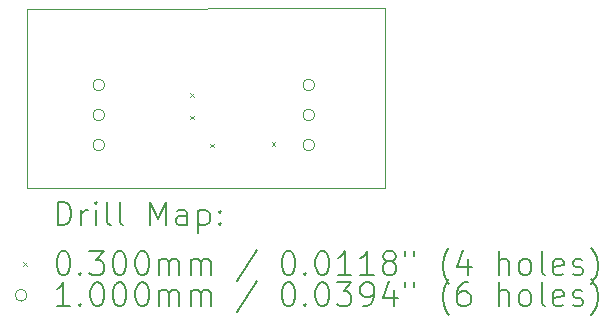
<source format=gbr>
%TF.GenerationSoftware,KiCad,Pcbnew,9.0.6*%
%TF.CreationDate,2025-11-01T16:50:26-04:00*%
%TF.ProjectId,W25Q02JVTBIM_breakout,57323551-3032-44a5-9654-42494d5f6272,rev?*%
%TF.SameCoordinates,Original*%
%TF.FileFunction,Drillmap*%
%TF.FilePolarity,Positive*%
%FSLAX45Y45*%
G04 Gerber Fmt 4.5, Leading zero omitted, Abs format (unit mm)*
G04 Created by KiCad (PCBNEW 9.0.6) date 2025-11-01 16:50:26*
%MOMM*%
%LPD*%
G01*
G04 APERTURE LIST*
%ADD10C,0.050000*%
%ADD11C,0.200000*%
%ADD12C,0.100000*%
G04 APERTURE END LIST*
D10*
X17025031Y-8620256D02*
X14000000Y-8625000D01*
X17025000Y-10145000D02*
X17025000Y-8620452D01*
X14000000Y-10145000D02*
X17025000Y-10145000D01*
X14000000Y-8625000D02*
X14000000Y-10145000D01*
D11*
D12*
X15377500Y-9340000D02*
X15407500Y-9370000D01*
X15407500Y-9340000D02*
X15377500Y-9370000D01*
X15380000Y-9530000D02*
X15410000Y-9560000D01*
X15410000Y-9530000D02*
X15380000Y-9560000D01*
X15547500Y-9770000D02*
X15577500Y-9800000D01*
X15577500Y-9770000D02*
X15547500Y-9800000D01*
X16067500Y-9755000D02*
X16097500Y-9785000D01*
X16097500Y-9755000D02*
X16067500Y-9785000D01*
X14655000Y-9271000D02*
G75*
G02*
X14555000Y-9271000I-50000J0D01*
G01*
X14555000Y-9271000D02*
G75*
G02*
X14655000Y-9271000I50000J0D01*
G01*
X14655000Y-9525000D02*
G75*
G02*
X14555000Y-9525000I-50000J0D01*
G01*
X14555000Y-9525000D02*
G75*
G02*
X14655000Y-9525000I50000J0D01*
G01*
X14655000Y-9779000D02*
G75*
G02*
X14555000Y-9779000I-50000J0D01*
G01*
X14555000Y-9779000D02*
G75*
G02*
X14655000Y-9779000I50000J0D01*
G01*
X16433000Y-9271000D02*
G75*
G02*
X16333000Y-9271000I-50000J0D01*
G01*
X16333000Y-9271000D02*
G75*
G02*
X16433000Y-9271000I50000J0D01*
G01*
X16433000Y-9525000D02*
G75*
G02*
X16333000Y-9525000I-50000J0D01*
G01*
X16333000Y-9525000D02*
G75*
G02*
X16433000Y-9525000I50000J0D01*
G01*
X16433000Y-9779000D02*
G75*
G02*
X16333000Y-9779000I-50000J0D01*
G01*
X16333000Y-9779000D02*
G75*
G02*
X16433000Y-9779000I50000J0D01*
G01*
D11*
X14258277Y-10458984D02*
X14258277Y-10258984D01*
X14258277Y-10258984D02*
X14305896Y-10258984D01*
X14305896Y-10258984D02*
X14334467Y-10268508D01*
X14334467Y-10268508D02*
X14353515Y-10287555D01*
X14353515Y-10287555D02*
X14363039Y-10306603D01*
X14363039Y-10306603D02*
X14372562Y-10344698D01*
X14372562Y-10344698D02*
X14372562Y-10373270D01*
X14372562Y-10373270D02*
X14363039Y-10411365D01*
X14363039Y-10411365D02*
X14353515Y-10430412D01*
X14353515Y-10430412D02*
X14334467Y-10449460D01*
X14334467Y-10449460D02*
X14305896Y-10458984D01*
X14305896Y-10458984D02*
X14258277Y-10458984D01*
X14458277Y-10458984D02*
X14458277Y-10325650D01*
X14458277Y-10363746D02*
X14467801Y-10344698D01*
X14467801Y-10344698D02*
X14477324Y-10335174D01*
X14477324Y-10335174D02*
X14496372Y-10325650D01*
X14496372Y-10325650D02*
X14515420Y-10325650D01*
X14582086Y-10458984D02*
X14582086Y-10325650D01*
X14582086Y-10258984D02*
X14572562Y-10268508D01*
X14572562Y-10268508D02*
X14582086Y-10278031D01*
X14582086Y-10278031D02*
X14591610Y-10268508D01*
X14591610Y-10268508D02*
X14582086Y-10258984D01*
X14582086Y-10258984D02*
X14582086Y-10278031D01*
X14705896Y-10458984D02*
X14686848Y-10449460D01*
X14686848Y-10449460D02*
X14677324Y-10430412D01*
X14677324Y-10430412D02*
X14677324Y-10258984D01*
X14810658Y-10458984D02*
X14791610Y-10449460D01*
X14791610Y-10449460D02*
X14782086Y-10430412D01*
X14782086Y-10430412D02*
X14782086Y-10258984D01*
X15039229Y-10458984D02*
X15039229Y-10258984D01*
X15039229Y-10258984D02*
X15105896Y-10401841D01*
X15105896Y-10401841D02*
X15172562Y-10258984D01*
X15172562Y-10258984D02*
X15172562Y-10458984D01*
X15353515Y-10458984D02*
X15353515Y-10354222D01*
X15353515Y-10354222D02*
X15343991Y-10335174D01*
X15343991Y-10335174D02*
X15324943Y-10325650D01*
X15324943Y-10325650D02*
X15286848Y-10325650D01*
X15286848Y-10325650D02*
X15267801Y-10335174D01*
X15353515Y-10449460D02*
X15334467Y-10458984D01*
X15334467Y-10458984D02*
X15286848Y-10458984D01*
X15286848Y-10458984D02*
X15267801Y-10449460D01*
X15267801Y-10449460D02*
X15258277Y-10430412D01*
X15258277Y-10430412D02*
X15258277Y-10411365D01*
X15258277Y-10411365D02*
X15267801Y-10392317D01*
X15267801Y-10392317D02*
X15286848Y-10382793D01*
X15286848Y-10382793D02*
X15334467Y-10382793D01*
X15334467Y-10382793D02*
X15353515Y-10373270D01*
X15448753Y-10325650D02*
X15448753Y-10525650D01*
X15448753Y-10335174D02*
X15467801Y-10325650D01*
X15467801Y-10325650D02*
X15505896Y-10325650D01*
X15505896Y-10325650D02*
X15524943Y-10335174D01*
X15524943Y-10335174D02*
X15534467Y-10344698D01*
X15534467Y-10344698D02*
X15543991Y-10363746D01*
X15543991Y-10363746D02*
X15543991Y-10420889D01*
X15543991Y-10420889D02*
X15534467Y-10439936D01*
X15534467Y-10439936D02*
X15524943Y-10449460D01*
X15524943Y-10449460D02*
X15505896Y-10458984D01*
X15505896Y-10458984D02*
X15467801Y-10458984D01*
X15467801Y-10458984D02*
X15448753Y-10449460D01*
X15629705Y-10439936D02*
X15639229Y-10449460D01*
X15639229Y-10449460D02*
X15629705Y-10458984D01*
X15629705Y-10458984D02*
X15620182Y-10449460D01*
X15620182Y-10449460D02*
X15629705Y-10439936D01*
X15629705Y-10439936D02*
X15629705Y-10458984D01*
X15629705Y-10335174D02*
X15639229Y-10344698D01*
X15639229Y-10344698D02*
X15629705Y-10354222D01*
X15629705Y-10354222D02*
X15620182Y-10344698D01*
X15620182Y-10344698D02*
X15629705Y-10335174D01*
X15629705Y-10335174D02*
X15629705Y-10354222D01*
D12*
X13967500Y-10772500D02*
X13997500Y-10802500D01*
X13997500Y-10772500D02*
X13967500Y-10802500D01*
D11*
X14296372Y-10678984D02*
X14315420Y-10678984D01*
X14315420Y-10678984D02*
X14334467Y-10688508D01*
X14334467Y-10688508D02*
X14343991Y-10698031D01*
X14343991Y-10698031D02*
X14353515Y-10717079D01*
X14353515Y-10717079D02*
X14363039Y-10755174D01*
X14363039Y-10755174D02*
X14363039Y-10802793D01*
X14363039Y-10802793D02*
X14353515Y-10840889D01*
X14353515Y-10840889D02*
X14343991Y-10859936D01*
X14343991Y-10859936D02*
X14334467Y-10869460D01*
X14334467Y-10869460D02*
X14315420Y-10878984D01*
X14315420Y-10878984D02*
X14296372Y-10878984D01*
X14296372Y-10878984D02*
X14277324Y-10869460D01*
X14277324Y-10869460D02*
X14267801Y-10859936D01*
X14267801Y-10859936D02*
X14258277Y-10840889D01*
X14258277Y-10840889D02*
X14248753Y-10802793D01*
X14248753Y-10802793D02*
X14248753Y-10755174D01*
X14248753Y-10755174D02*
X14258277Y-10717079D01*
X14258277Y-10717079D02*
X14267801Y-10698031D01*
X14267801Y-10698031D02*
X14277324Y-10688508D01*
X14277324Y-10688508D02*
X14296372Y-10678984D01*
X14448753Y-10859936D02*
X14458277Y-10869460D01*
X14458277Y-10869460D02*
X14448753Y-10878984D01*
X14448753Y-10878984D02*
X14439229Y-10869460D01*
X14439229Y-10869460D02*
X14448753Y-10859936D01*
X14448753Y-10859936D02*
X14448753Y-10878984D01*
X14524943Y-10678984D02*
X14648753Y-10678984D01*
X14648753Y-10678984D02*
X14582086Y-10755174D01*
X14582086Y-10755174D02*
X14610658Y-10755174D01*
X14610658Y-10755174D02*
X14629705Y-10764698D01*
X14629705Y-10764698D02*
X14639229Y-10774222D01*
X14639229Y-10774222D02*
X14648753Y-10793270D01*
X14648753Y-10793270D02*
X14648753Y-10840889D01*
X14648753Y-10840889D02*
X14639229Y-10859936D01*
X14639229Y-10859936D02*
X14629705Y-10869460D01*
X14629705Y-10869460D02*
X14610658Y-10878984D01*
X14610658Y-10878984D02*
X14553515Y-10878984D01*
X14553515Y-10878984D02*
X14534467Y-10869460D01*
X14534467Y-10869460D02*
X14524943Y-10859936D01*
X14772562Y-10678984D02*
X14791610Y-10678984D01*
X14791610Y-10678984D02*
X14810658Y-10688508D01*
X14810658Y-10688508D02*
X14820182Y-10698031D01*
X14820182Y-10698031D02*
X14829705Y-10717079D01*
X14829705Y-10717079D02*
X14839229Y-10755174D01*
X14839229Y-10755174D02*
X14839229Y-10802793D01*
X14839229Y-10802793D02*
X14829705Y-10840889D01*
X14829705Y-10840889D02*
X14820182Y-10859936D01*
X14820182Y-10859936D02*
X14810658Y-10869460D01*
X14810658Y-10869460D02*
X14791610Y-10878984D01*
X14791610Y-10878984D02*
X14772562Y-10878984D01*
X14772562Y-10878984D02*
X14753515Y-10869460D01*
X14753515Y-10869460D02*
X14743991Y-10859936D01*
X14743991Y-10859936D02*
X14734467Y-10840889D01*
X14734467Y-10840889D02*
X14724943Y-10802793D01*
X14724943Y-10802793D02*
X14724943Y-10755174D01*
X14724943Y-10755174D02*
X14734467Y-10717079D01*
X14734467Y-10717079D02*
X14743991Y-10698031D01*
X14743991Y-10698031D02*
X14753515Y-10688508D01*
X14753515Y-10688508D02*
X14772562Y-10678984D01*
X14963039Y-10678984D02*
X14982086Y-10678984D01*
X14982086Y-10678984D02*
X15001134Y-10688508D01*
X15001134Y-10688508D02*
X15010658Y-10698031D01*
X15010658Y-10698031D02*
X15020182Y-10717079D01*
X15020182Y-10717079D02*
X15029705Y-10755174D01*
X15029705Y-10755174D02*
X15029705Y-10802793D01*
X15029705Y-10802793D02*
X15020182Y-10840889D01*
X15020182Y-10840889D02*
X15010658Y-10859936D01*
X15010658Y-10859936D02*
X15001134Y-10869460D01*
X15001134Y-10869460D02*
X14982086Y-10878984D01*
X14982086Y-10878984D02*
X14963039Y-10878984D01*
X14963039Y-10878984D02*
X14943991Y-10869460D01*
X14943991Y-10869460D02*
X14934467Y-10859936D01*
X14934467Y-10859936D02*
X14924943Y-10840889D01*
X14924943Y-10840889D02*
X14915420Y-10802793D01*
X14915420Y-10802793D02*
X14915420Y-10755174D01*
X14915420Y-10755174D02*
X14924943Y-10717079D01*
X14924943Y-10717079D02*
X14934467Y-10698031D01*
X14934467Y-10698031D02*
X14943991Y-10688508D01*
X14943991Y-10688508D02*
X14963039Y-10678984D01*
X15115420Y-10878984D02*
X15115420Y-10745650D01*
X15115420Y-10764698D02*
X15124943Y-10755174D01*
X15124943Y-10755174D02*
X15143991Y-10745650D01*
X15143991Y-10745650D02*
X15172563Y-10745650D01*
X15172563Y-10745650D02*
X15191610Y-10755174D01*
X15191610Y-10755174D02*
X15201134Y-10774222D01*
X15201134Y-10774222D02*
X15201134Y-10878984D01*
X15201134Y-10774222D02*
X15210658Y-10755174D01*
X15210658Y-10755174D02*
X15229705Y-10745650D01*
X15229705Y-10745650D02*
X15258277Y-10745650D01*
X15258277Y-10745650D02*
X15277324Y-10755174D01*
X15277324Y-10755174D02*
X15286848Y-10774222D01*
X15286848Y-10774222D02*
X15286848Y-10878984D01*
X15382086Y-10878984D02*
X15382086Y-10745650D01*
X15382086Y-10764698D02*
X15391610Y-10755174D01*
X15391610Y-10755174D02*
X15410658Y-10745650D01*
X15410658Y-10745650D02*
X15439229Y-10745650D01*
X15439229Y-10745650D02*
X15458277Y-10755174D01*
X15458277Y-10755174D02*
X15467801Y-10774222D01*
X15467801Y-10774222D02*
X15467801Y-10878984D01*
X15467801Y-10774222D02*
X15477324Y-10755174D01*
X15477324Y-10755174D02*
X15496372Y-10745650D01*
X15496372Y-10745650D02*
X15524943Y-10745650D01*
X15524943Y-10745650D02*
X15543991Y-10755174D01*
X15543991Y-10755174D02*
X15553515Y-10774222D01*
X15553515Y-10774222D02*
X15553515Y-10878984D01*
X15943991Y-10669460D02*
X15772563Y-10926603D01*
X16201134Y-10678984D02*
X16220182Y-10678984D01*
X16220182Y-10678984D02*
X16239229Y-10688508D01*
X16239229Y-10688508D02*
X16248753Y-10698031D01*
X16248753Y-10698031D02*
X16258277Y-10717079D01*
X16258277Y-10717079D02*
X16267801Y-10755174D01*
X16267801Y-10755174D02*
X16267801Y-10802793D01*
X16267801Y-10802793D02*
X16258277Y-10840889D01*
X16258277Y-10840889D02*
X16248753Y-10859936D01*
X16248753Y-10859936D02*
X16239229Y-10869460D01*
X16239229Y-10869460D02*
X16220182Y-10878984D01*
X16220182Y-10878984D02*
X16201134Y-10878984D01*
X16201134Y-10878984D02*
X16182086Y-10869460D01*
X16182086Y-10869460D02*
X16172563Y-10859936D01*
X16172563Y-10859936D02*
X16163039Y-10840889D01*
X16163039Y-10840889D02*
X16153515Y-10802793D01*
X16153515Y-10802793D02*
X16153515Y-10755174D01*
X16153515Y-10755174D02*
X16163039Y-10717079D01*
X16163039Y-10717079D02*
X16172563Y-10698031D01*
X16172563Y-10698031D02*
X16182086Y-10688508D01*
X16182086Y-10688508D02*
X16201134Y-10678984D01*
X16353515Y-10859936D02*
X16363039Y-10869460D01*
X16363039Y-10869460D02*
X16353515Y-10878984D01*
X16353515Y-10878984D02*
X16343991Y-10869460D01*
X16343991Y-10869460D02*
X16353515Y-10859936D01*
X16353515Y-10859936D02*
X16353515Y-10878984D01*
X16486848Y-10678984D02*
X16505896Y-10678984D01*
X16505896Y-10678984D02*
X16524944Y-10688508D01*
X16524944Y-10688508D02*
X16534467Y-10698031D01*
X16534467Y-10698031D02*
X16543991Y-10717079D01*
X16543991Y-10717079D02*
X16553515Y-10755174D01*
X16553515Y-10755174D02*
X16553515Y-10802793D01*
X16553515Y-10802793D02*
X16543991Y-10840889D01*
X16543991Y-10840889D02*
X16534467Y-10859936D01*
X16534467Y-10859936D02*
X16524944Y-10869460D01*
X16524944Y-10869460D02*
X16505896Y-10878984D01*
X16505896Y-10878984D02*
X16486848Y-10878984D01*
X16486848Y-10878984D02*
X16467801Y-10869460D01*
X16467801Y-10869460D02*
X16458277Y-10859936D01*
X16458277Y-10859936D02*
X16448753Y-10840889D01*
X16448753Y-10840889D02*
X16439229Y-10802793D01*
X16439229Y-10802793D02*
X16439229Y-10755174D01*
X16439229Y-10755174D02*
X16448753Y-10717079D01*
X16448753Y-10717079D02*
X16458277Y-10698031D01*
X16458277Y-10698031D02*
X16467801Y-10688508D01*
X16467801Y-10688508D02*
X16486848Y-10678984D01*
X16743991Y-10878984D02*
X16629706Y-10878984D01*
X16686848Y-10878984D02*
X16686848Y-10678984D01*
X16686848Y-10678984D02*
X16667801Y-10707555D01*
X16667801Y-10707555D02*
X16648753Y-10726603D01*
X16648753Y-10726603D02*
X16629706Y-10736127D01*
X16934468Y-10878984D02*
X16820182Y-10878984D01*
X16877325Y-10878984D02*
X16877325Y-10678984D01*
X16877325Y-10678984D02*
X16858277Y-10707555D01*
X16858277Y-10707555D02*
X16839229Y-10726603D01*
X16839229Y-10726603D02*
X16820182Y-10736127D01*
X17048753Y-10764698D02*
X17029706Y-10755174D01*
X17029706Y-10755174D02*
X17020182Y-10745650D01*
X17020182Y-10745650D02*
X17010658Y-10726603D01*
X17010658Y-10726603D02*
X17010658Y-10717079D01*
X17010658Y-10717079D02*
X17020182Y-10698031D01*
X17020182Y-10698031D02*
X17029706Y-10688508D01*
X17029706Y-10688508D02*
X17048753Y-10678984D01*
X17048753Y-10678984D02*
X17086849Y-10678984D01*
X17086849Y-10678984D02*
X17105896Y-10688508D01*
X17105896Y-10688508D02*
X17115420Y-10698031D01*
X17115420Y-10698031D02*
X17124944Y-10717079D01*
X17124944Y-10717079D02*
X17124944Y-10726603D01*
X17124944Y-10726603D02*
X17115420Y-10745650D01*
X17115420Y-10745650D02*
X17105896Y-10755174D01*
X17105896Y-10755174D02*
X17086849Y-10764698D01*
X17086849Y-10764698D02*
X17048753Y-10764698D01*
X17048753Y-10764698D02*
X17029706Y-10774222D01*
X17029706Y-10774222D02*
X17020182Y-10783746D01*
X17020182Y-10783746D02*
X17010658Y-10802793D01*
X17010658Y-10802793D02*
X17010658Y-10840889D01*
X17010658Y-10840889D02*
X17020182Y-10859936D01*
X17020182Y-10859936D02*
X17029706Y-10869460D01*
X17029706Y-10869460D02*
X17048753Y-10878984D01*
X17048753Y-10878984D02*
X17086849Y-10878984D01*
X17086849Y-10878984D02*
X17105896Y-10869460D01*
X17105896Y-10869460D02*
X17115420Y-10859936D01*
X17115420Y-10859936D02*
X17124944Y-10840889D01*
X17124944Y-10840889D02*
X17124944Y-10802793D01*
X17124944Y-10802793D02*
X17115420Y-10783746D01*
X17115420Y-10783746D02*
X17105896Y-10774222D01*
X17105896Y-10774222D02*
X17086849Y-10764698D01*
X17201134Y-10678984D02*
X17201134Y-10717079D01*
X17277325Y-10678984D02*
X17277325Y-10717079D01*
X17572563Y-10955174D02*
X17563039Y-10945650D01*
X17563039Y-10945650D02*
X17543991Y-10917079D01*
X17543991Y-10917079D02*
X17534468Y-10898031D01*
X17534468Y-10898031D02*
X17524944Y-10869460D01*
X17524944Y-10869460D02*
X17515420Y-10821841D01*
X17515420Y-10821841D02*
X17515420Y-10783746D01*
X17515420Y-10783746D02*
X17524944Y-10736127D01*
X17524944Y-10736127D02*
X17534468Y-10707555D01*
X17534468Y-10707555D02*
X17543991Y-10688508D01*
X17543991Y-10688508D02*
X17563039Y-10659936D01*
X17563039Y-10659936D02*
X17572563Y-10650412D01*
X17734468Y-10745650D02*
X17734468Y-10878984D01*
X17686849Y-10669460D02*
X17639230Y-10812317D01*
X17639230Y-10812317D02*
X17763039Y-10812317D01*
X17991611Y-10878984D02*
X17991611Y-10678984D01*
X18077325Y-10878984D02*
X18077325Y-10774222D01*
X18077325Y-10774222D02*
X18067801Y-10755174D01*
X18067801Y-10755174D02*
X18048753Y-10745650D01*
X18048753Y-10745650D02*
X18020182Y-10745650D01*
X18020182Y-10745650D02*
X18001134Y-10755174D01*
X18001134Y-10755174D02*
X17991611Y-10764698D01*
X18201134Y-10878984D02*
X18182087Y-10869460D01*
X18182087Y-10869460D02*
X18172563Y-10859936D01*
X18172563Y-10859936D02*
X18163039Y-10840889D01*
X18163039Y-10840889D02*
X18163039Y-10783746D01*
X18163039Y-10783746D02*
X18172563Y-10764698D01*
X18172563Y-10764698D02*
X18182087Y-10755174D01*
X18182087Y-10755174D02*
X18201134Y-10745650D01*
X18201134Y-10745650D02*
X18229706Y-10745650D01*
X18229706Y-10745650D02*
X18248753Y-10755174D01*
X18248753Y-10755174D02*
X18258277Y-10764698D01*
X18258277Y-10764698D02*
X18267801Y-10783746D01*
X18267801Y-10783746D02*
X18267801Y-10840889D01*
X18267801Y-10840889D02*
X18258277Y-10859936D01*
X18258277Y-10859936D02*
X18248753Y-10869460D01*
X18248753Y-10869460D02*
X18229706Y-10878984D01*
X18229706Y-10878984D02*
X18201134Y-10878984D01*
X18382087Y-10878984D02*
X18363039Y-10869460D01*
X18363039Y-10869460D02*
X18353515Y-10850412D01*
X18353515Y-10850412D02*
X18353515Y-10678984D01*
X18534468Y-10869460D02*
X18515420Y-10878984D01*
X18515420Y-10878984D02*
X18477325Y-10878984D01*
X18477325Y-10878984D02*
X18458277Y-10869460D01*
X18458277Y-10869460D02*
X18448753Y-10850412D01*
X18448753Y-10850412D02*
X18448753Y-10774222D01*
X18448753Y-10774222D02*
X18458277Y-10755174D01*
X18458277Y-10755174D02*
X18477325Y-10745650D01*
X18477325Y-10745650D02*
X18515420Y-10745650D01*
X18515420Y-10745650D02*
X18534468Y-10755174D01*
X18534468Y-10755174D02*
X18543992Y-10774222D01*
X18543992Y-10774222D02*
X18543992Y-10793270D01*
X18543992Y-10793270D02*
X18448753Y-10812317D01*
X18620182Y-10869460D02*
X18639230Y-10878984D01*
X18639230Y-10878984D02*
X18677325Y-10878984D01*
X18677325Y-10878984D02*
X18696373Y-10869460D01*
X18696373Y-10869460D02*
X18705896Y-10850412D01*
X18705896Y-10850412D02*
X18705896Y-10840889D01*
X18705896Y-10840889D02*
X18696373Y-10821841D01*
X18696373Y-10821841D02*
X18677325Y-10812317D01*
X18677325Y-10812317D02*
X18648753Y-10812317D01*
X18648753Y-10812317D02*
X18629706Y-10802793D01*
X18629706Y-10802793D02*
X18620182Y-10783746D01*
X18620182Y-10783746D02*
X18620182Y-10774222D01*
X18620182Y-10774222D02*
X18629706Y-10755174D01*
X18629706Y-10755174D02*
X18648753Y-10745650D01*
X18648753Y-10745650D02*
X18677325Y-10745650D01*
X18677325Y-10745650D02*
X18696373Y-10755174D01*
X18772563Y-10955174D02*
X18782087Y-10945650D01*
X18782087Y-10945650D02*
X18801134Y-10917079D01*
X18801134Y-10917079D02*
X18810658Y-10898031D01*
X18810658Y-10898031D02*
X18820182Y-10869460D01*
X18820182Y-10869460D02*
X18829706Y-10821841D01*
X18829706Y-10821841D02*
X18829706Y-10783746D01*
X18829706Y-10783746D02*
X18820182Y-10736127D01*
X18820182Y-10736127D02*
X18810658Y-10707555D01*
X18810658Y-10707555D02*
X18801134Y-10688508D01*
X18801134Y-10688508D02*
X18782087Y-10659936D01*
X18782087Y-10659936D02*
X18772563Y-10650412D01*
D12*
X13997500Y-11051500D02*
G75*
G02*
X13897500Y-11051500I-50000J0D01*
G01*
X13897500Y-11051500D02*
G75*
G02*
X13997500Y-11051500I50000J0D01*
G01*
D11*
X14363039Y-11142984D02*
X14248753Y-11142984D01*
X14305896Y-11142984D02*
X14305896Y-10942984D01*
X14305896Y-10942984D02*
X14286848Y-10971555D01*
X14286848Y-10971555D02*
X14267801Y-10990603D01*
X14267801Y-10990603D02*
X14248753Y-11000127D01*
X14448753Y-11123936D02*
X14458277Y-11133460D01*
X14458277Y-11133460D02*
X14448753Y-11142984D01*
X14448753Y-11142984D02*
X14439229Y-11133460D01*
X14439229Y-11133460D02*
X14448753Y-11123936D01*
X14448753Y-11123936D02*
X14448753Y-11142984D01*
X14582086Y-10942984D02*
X14601134Y-10942984D01*
X14601134Y-10942984D02*
X14620182Y-10952508D01*
X14620182Y-10952508D02*
X14629705Y-10962031D01*
X14629705Y-10962031D02*
X14639229Y-10981079D01*
X14639229Y-10981079D02*
X14648753Y-11019174D01*
X14648753Y-11019174D02*
X14648753Y-11066793D01*
X14648753Y-11066793D02*
X14639229Y-11104889D01*
X14639229Y-11104889D02*
X14629705Y-11123936D01*
X14629705Y-11123936D02*
X14620182Y-11133460D01*
X14620182Y-11133460D02*
X14601134Y-11142984D01*
X14601134Y-11142984D02*
X14582086Y-11142984D01*
X14582086Y-11142984D02*
X14563039Y-11133460D01*
X14563039Y-11133460D02*
X14553515Y-11123936D01*
X14553515Y-11123936D02*
X14543991Y-11104889D01*
X14543991Y-11104889D02*
X14534467Y-11066793D01*
X14534467Y-11066793D02*
X14534467Y-11019174D01*
X14534467Y-11019174D02*
X14543991Y-10981079D01*
X14543991Y-10981079D02*
X14553515Y-10962031D01*
X14553515Y-10962031D02*
X14563039Y-10952508D01*
X14563039Y-10952508D02*
X14582086Y-10942984D01*
X14772562Y-10942984D02*
X14791610Y-10942984D01*
X14791610Y-10942984D02*
X14810658Y-10952508D01*
X14810658Y-10952508D02*
X14820182Y-10962031D01*
X14820182Y-10962031D02*
X14829705Y-10981079D01*
X14829705Y-10981079D02*
X14839229Y-11019174D01*
X14839229Y-11019174D02*
X14839229Y-11066793D01*
X14839229Y-11066793D02*
X14829705Y-11104889D01*
X14829705Y-11104889D02*
X14820182Y-11123936D01*
X14820182Y-11123936D02*
X14810658Y-11133460D01*
X14810658Y-11133460D02*
X14791610Y-11142984D01*
X14791610Y-11142984D02*
X14772562Y-11142984D01*
X14772562Y-11142984D02*
X14753515Y-11133460D01*
X14753515Y-11133460D02*
X14743991Y-11123936D01*
X14743991Y-11123936D02*
X14734467Y-11104889D01*
X14734467Y-11104889D02*
X14724943Y-11066793D01*
X14724943Y-11066793D02*
X14724943Y-11019174D01*
X14724943Y-11019174D02*
X14734467Y-10981079D01*
X14734467Y-10981079D02*
X14743991Y-10962031D01*
X14743991Y-10962031D02*
X14753515Y-10952508D01*
X14753515Y-10952508D02*
X14772562Y-10942984D01*
X14963039Y-10942984D02*
X14982086Y-10942984D01*
X14982086Y-10942984D02*
X15001134Y-10952508D01*
X15001134Y-10952508D02*
X15010658Y-10962031D01*
X15010658Y-10962031D02*
X15020182Y-10981079D01*
X15020182Y-10981079D02*
X15029705Y-11019174D01*
X15029705Y-11019174D02*
X15029705Y-11066793D01*
X15029705Y-11066793D02*
X15020182Y-11104889D01*
X15020182Y-11104889D02*
X15010658Y-11123936D01*
X15010658Y-11123936D02*
X15001134Y-11133460D01*
X15001134Y-11133460D02*
X14982086Y-11142984D01*
X14982086Y-11142984D02*
X14963039Y-11142984D01*
X14963039Y-11142984D02*
X14943991Y-11133460D01*
X14943991Y-11133460D02*
X14934467Y-11123936D01*
X14934467Y-11123936D02*
X14924943Y-11104889D01*
X14924943Y-11104889D02*
X14915420Y-11066793D01*
X14915420Y-11066793D02*
X14915420Y-11019174D01*
X14915420Y-11019174D02*
X14924943Y-10981079D01*
X14924943Y-10981079D02*
X14934467Y-10962031D01*
X14934467Y-10962031D02*
X14943991Y-10952508D01*
X14943991Y-10952508D02*
X14963039Y-10942984D01*
X15115420Y-11142984D02*
X15115420Y-11009650D01*
X15115420Y-11028698D02*
X15124943Y-11019174D01*
X15124943Y-11019174D02*
X15143991Y-11009650D01*
X15143991Y-11009650D02*
X15172563Y-11009650D01*
X15172563Y-11009650D02*
X15191610Y-11019174D01*
X15191610Y-11019174D02*
X15201134Y-11038222D01*
X15201134Y-11038222D02*
X15201134Y-11142984D01*
X15201134Y-11038222D02*
X15210658Y-11019174D01*
X15210658Y-11019174D02*
X15229705Y-11009650D01*
X15229705Y-11009650D02*
X15258277Y-11009650D01*
X15258277Y-11009650D02*
X15277324Y-11019174D01*
X15277324Y-11019174D02*
X15286848Y-11038222D01*
X15286848Y-11038222D02*
X15286848Y-11142984D01*
X15382086Y-11142984D02*
X15382086Y-11009650D01*
X15382086Y-11028698D02*
X15391610Y-11019174D01*
X15391610Y-11019174D02*
X15410658Y-11009650D01*
X15410658Y-11009650D02*
X15439229Y-11009650D01*
X15439229Y-11009650D02*
X15458277Y-11019174D01*
X15458277Y-11019174D02*
X15467801Y-11038222D01*
X15467801Y-11038222D02*
X15467801Y-11142984D01*
X15467801Y-11038222D02*
X15477324Y-11019174D01*
X15477324Y-11019174D02*
X15496372Y-11009650D01*
X15496372Y-11009650D02*
X15524943Y-11009650D01*
X15524943Y-11009650D02*
X15543991Y-11019174D01*
X15543991Y-11019174D02*
X15553515Y-11038222D01*
X15553515Y-11038222D02*
X15553515Y-11142984D01*
X15943991Y-10933460D02*
X15772563Y-11190603D01*
X16201134Y-10942984D02*
X16220182Y-10942984D01*
X16220182Y-10942984D02*
X16239229Y-10952508D01*
X16239229Y-10952508D02*
X16248753Y-10962031D01*
X16248753Y-10962031D02*
X16258277Y-10981079D01*
X16258277Y-10981079D02*
X16267801Y-11019174D01*
X16267801Y-11019174D02*
X16267801Y-11066793D01*
X16267801Y-11066793D02*
X16258277Y-11104889D01*
X16258277Y-11104889D02*
X16248753Y-11123936D01*
X16248753Y-11123936D02*
X16239229Y-11133460D01*
X16239229Y-11133460D02*
X16220182Y-11142984D01*
X16220182Y-11142984D02*
X16201134Y-11142984D01*
X16201134Y-11142984D02*
X16182086Y-11133460D01*
X16182086Y-11133460D02*
X16172563Y-11123936D01*
X16172563Y-11123936D02*
X16163039Y-11104889D01*
X16163039Y-11104889D02*
X16153515Y-11066793D01*
X16153515Y-11066793D02*
X16153515Y-11019174D01*
X16153515Y-11019174D02*
X16163039Y-10981079D01*
X16163039Y-10981079D02*
X16172563Y-10962031D01*
X16172563Y-10962031D02*
X16182086Y-10952508D01*
X16182086Y-10952508D02*
X16201134Y-10942984D01*
X16353515Y-11123936D02*
X16363039Y-11133460D01*
X16363039Y-11133460D02*
X16353515Y-11142984D01*
X16353515Y-11142984D02*
X16343991Y-11133460D01*
X16343991Y-11133460D02*
X16353515Y-11123936D01*
X16353515Y-11123936D02*
X16353515Y-11142984D01*
X16486848Y-10942984D02*
X16505896Y-10942984D01*
X16505896Y-10942984D02*
X16524944Y-10952508D01*
X16524944Y-10952508D02*
X16534467Y-10962031D01*
X16534467Y-10962031D02*
X16543991Y-10981079D01*
X16543991Y-10981079D02*
X16553515Y-11019174D01*
X16553515Y-11019174D02*
X16553515Y-11066793D01*
X16553515Y-11066793D02*
X16543991Y-11104889D01*
X16543991Y-11104889D02*
X16534467Y-11123936D01*
X16534467Y-11123936D02*
X16524944Y-11133460D01*
X16524944Y-11133460D02*
X16505896Y-11142984D01*
X16505896Y-11142984D02*
X16486848Y-11142984D01*
X16486848Y-11142984D02*
X16467801Y-11133460D01*
X16467801Y-11133460D02*
X16458277Y-11123936D01*
X16458277Y-11123936D02*
X16448753Y-11104889D01*
X16448753Y-11104889D02*
X16439229Y-11066793D01*
X16439229Y-11066793D02*
X16439229Y-11019174D01*
X16439229Y-11019174D02*
X16448753Y-10981079D01*
X16448753Y-10981079D02*
X16458277Y-10962031D01*
X16458277Y-10962031D02*
X16467801Y-10952508D01*
X16467801Y-10952508D02*
X16486848Y-10942984D01*
X16620182Y-10942984D02*
X16743991Y-10942984D01*
X16743991Y-10942984D02*
X16677325Y-11019174D01*
X16677325Y-11019174D02*
X16705896Y-11019174D01*
X16705896Y-11019174D02*
X16724944Y-11028698D01*
X16724944Y-11028698D02*
X16734467Y-11038222D01*
X16734467Y-11038222D02*
X16743991Y-11057270D01*
X16743991Y-11057270D02*
X16743991Y-11104889D01*
X16743991Y-11104889D02*
X16734467Y-11123936D01*
X16734467Y-11123936D02*
X16724944Y-11133460D01*
X16724944Y-11133460D02*
X16705896Y-11142984D01*
X16705896Y-11142984D02*
X16648753Y-11142984D01*
X16648753Y-11142984D02*
X16629706Y-11133460D01*
X16629706Y-11133460D02*
X16620182Y-11123936D01*
X16839229Y-11142984D02*
X16877325Y-11142984D01*
X16877325Y-11142984D02*
X16896372Y-11133460D01*
X16896372Y-11133460D02*
X16905896Y-11123936D01*
X16905896Y-11123936D02*
X16924944Y-11095365D01*
X16924944Y-11095365D02*
X16934468Y-11057270D01*
X16934468Y-11057270D02*
X16934468Y-10981079D01*
X16934468Y-10981079D02*
X16924944Y-10962031D01*
X16924944Y-10962031D02*
X16915420Y-10952508D01*
X16915420Y-10952508D02*
X16896372Y-10942984D01*
X16896372Y-10942984D02*
X16858277Y-10942984D01*
X16858277Y-10942984D02*
X16839229Y-10952508D01*
X16839229Y-10952508D02*
X16829706Y-10962031D01*
X16829706Y-10962031D02*
X16820182Y-10981079D01*
X16820182Y-10981079D02*
X16820182Y-11028698D01*
X16820182Y-11028698D02*
X16829706Y-11047746D01*
X16829706Y-11047746D02*
X16839229Y-11057270D01*
X16839229Y-11057270D02*
X16858277Y-11066793D01*
X16858277Y-11066793D02*
X16896372Y-11066793D01*
X16896372Y-11066793D02*
X16915420Y-11057270D01*
X16915420Y-11057270D02*
X16924944Y-11047746D01*
X16924944Y-11047746D02*
X16934468Y-11028698D01*
X17105896Y-11009650D02*
X17105896Y-11142984D01*
X17058277Y-10933460D02*
X17010658Y-11076317D01*
X17010658Y-11076317D02*
X17134468Y-11076317D01*
X17201134Y-10942984D02*
X17201134Y-10981079D01*
X17277325Y-10942984D02*
X17277325Y-10981079D01*
X17572563Y-11219174D02*
X17563039Y-11209650D01*
X17563039Y-11209650D02*
X17543991Y-11181079D01*
X17543991Y-11181079D02*
X17534468Y-11162031D01*
X17534468Y-11162031D02*
X17524944Y-11133460D01*
X17524944Y-11133460D02*
X17515420Y-11085841D01*
X17515420Y-11085841D02*
X17515420Y-11047746D01*
X17515420Y-11047746D02*
X17524944Y-11000127D01*
X17524944Y-11000127D02*
X17534468Y-10971555D01*
X17534468Y-10971555D02*
X17543991Y-10952508D01*
X17543991Y-10952508D02*
X17563039Y-10923936D01*
X17563039Y-10923936D02*
X17572563Y-10914412D01*
X17734468Y-10942984D02*
X17696372Y-10942984D01*
X17696372Y-10942984D02*
X17677325Y-10952508D01*
X17677325Y-10952508D02*
X17667801Y-10962031D01*
X17667801Y-10962031D02*
X17648753Y-10990603D01*
X17648753Y-10990603D02*
X17639230Y-11028698D01*
X17639230Y-11028698D02*
X17639230Y-11104889D01*
X17639230Y-11104889D02*
X17648753Y-11123936D01*
X17648753Y-11123936D02*
X17658277Y-11133460D01*
X17658277Y-11133460D02*
X17677325Y-11142984D01*
X17677325Y-11142984D02*
X17715420Y-11142984D01*
X17715420Y-11142984D02*
X17734468Y-11133460D01*
X17734468Y-11133460D02*
X17743991Y-11123936D01*
X17743991Y-11123936D02*
X17753515Y-11104889D01*
X17753515Y-11104889D02*
X17753515Y-11057270D01*
X17753515Y-11057270D02*
X17743991Y-11038222D01*
X17743991Y-11038222D02*
X17734468Y-11028698D01*
X17734468Y-11028698D02*
X17715420Y-11019174D01*
X17715420Y-11019174D02*
X17677325Y-11019174D01*
X17677325Y-11019174D02*
X17658277Y-11028698D01*
X17658277Y-11028698D02*
X17648753Y-11038222D01*
X17648753Y-11038222D02*
X17639230Y-11057270D01*
X17991611Y-11142984D02*
X17991611Y-10942984D01*
X18077325Y-11142984D02*
X18077325Y-11038222D01*
X18077325Y-11038222D02*
X18067801Y-11019174D01*
X18067801Y-11019174D02*
X18048753Y-11009650D01*
X18048753Y-11009650D02*
X18020182Y-11009650D01*
X18020182Y-11009650D02*
X18001134Y-11019174D01*
X18001134Y-11019174D02*
X17991611Y-11028698D01*
X18201134Y-11142984D02*
X18182087Y-11133460D01*
X18182087Y-11133460D02*
X18172563Y-11123936D01*
X18172563Y-11123936D02*
X18163039Y-11104889D01*
X18163039Y-11104889D02*
X18163039Y-11047746D01*
X18163039Y-11047746D02*
X18172563Y-11028698D01*
X18172563Y-11028698D02*
X18182087Y-11019174D01*
X18182087Y-11019174D02*
X18201134Y-11009650D01*
X18201134Y-11009650D02*
X18229706Y-11009650D01*
X18229706Y-11009650D02*
X18248753Y-11019174D01*
X18248753Y-11019174D02*
X18258277Y-11028698D01*
X18258277Y-11028698D02*
X18267801Y-11047746D01*
X18267801Y-11047746D02*
X18267801Y-11104889D01*
X18267801Y-11104889D02*
X18258277Y-11123936D01*
X18258277Y-11123936D02*
X18248753Y-11133460D01*
X18248753Y-11133460D02*
X18229706Y-11142984D01*
X18229706Y-11142984D02*
X18201134Y-11142984D01*
X18382087Y-11142984D02*
X18363039Y-11133460D01*
X18363039Y-11133460D02*
X18353515Y-11114412D01*
X18353515Y-11114412D02*
X18353515Y-10942984D01*
X18534468Y-11133460D02*
X18515420Y-11142984D01*
X18515420Y-11142984D02*
X18477325Y-11142984D01*
X18477325Y-11142984D02*
X18458277Y-11133460D01*
X18458277Y-11133460D02*
X18448753Y-11114412D01*
X18448753Y-11114412D02*
X18448753Y-11038222D01*
X18448753Y-11038222D02*
X18458277Y-11019174D01*
X18458277Y-11019174D02*
X18477325Y-11009650D01*
X18477325Y-11009650D02*
X18515420Y-11009650D01*
X18515420Y-11009650D02*
X18534468Y-11019174D01*
X18534468Y-11019174D02*
X18543992Y-11038222D01*
X18543992Y-11038222D02*
X18543992Y-11057270D01*
X18543992Y-11057270D02*
X18448753Y-11076317D01*
X18620182Y-11133460D02*
X18639230Y-11142984D01*
X18639230Y-11142984D02*
X18677325Y-11142984D01*
X18677325Y-11142984D02*
X18696373Y-11133460D01*
X18696373Y-11133460D02*
X18705896Y-11114412D01*
X18705896Y-11114412D02*
X18705896Y-11104889D01*
X18705896Y-11104889D02*
X18696373Y-11085841D01*
X18696373Y-11085841D02*
X18677325Y-11076317D01*
X18677325Y-11076317D02*
X18648753Y-11076317D01*
X18648753Y-11076317D02*
X18629706Y-11066793D01*
X18629706Y-11066793D02*
X18620182Y-11047746D01*
X18620182Y-11047746D02*
X18620182Y-11038222D01*
X18620182Y-11038222D02*
X18629706Y-11019174D01*
X18629706Y-11019174D02*
X18648753Y-11009650D01*
X18648753Y-11009650D02*
X18677325Y-11009650D01*
X18677325Y-11009650D02*
X18696373Y-11019174D01*
X18772563Y-11219174D02*
X18782087Y-11209650D01*
X18782087Y-11209650D02*
X18801134Y-11181079D01*
X18801134Y-11181079D02*
X18810658Y-11162031D01*
X18810658Y-11162031D02*
X18820182Y-11133460D01*
X18820182Y-11133460D02*
X18829706Y-11085841D01*
X18829706Y-11085841D02*
X18829706Y-11047746D01*
X18829706Y-11047746D02*
X18820182Y-11000127D01*
X18820182Y-11000127D02*
X18810658Y-10971555D01*
X18810658Y-10971555D02*
X18801134Y-10952508D01*
X18801134Y-10952508D02*
X18782087Y-10923936D01*
X18782087Y-10923936D02*
X18772563Y-10914412D01*
M02*

</source>
